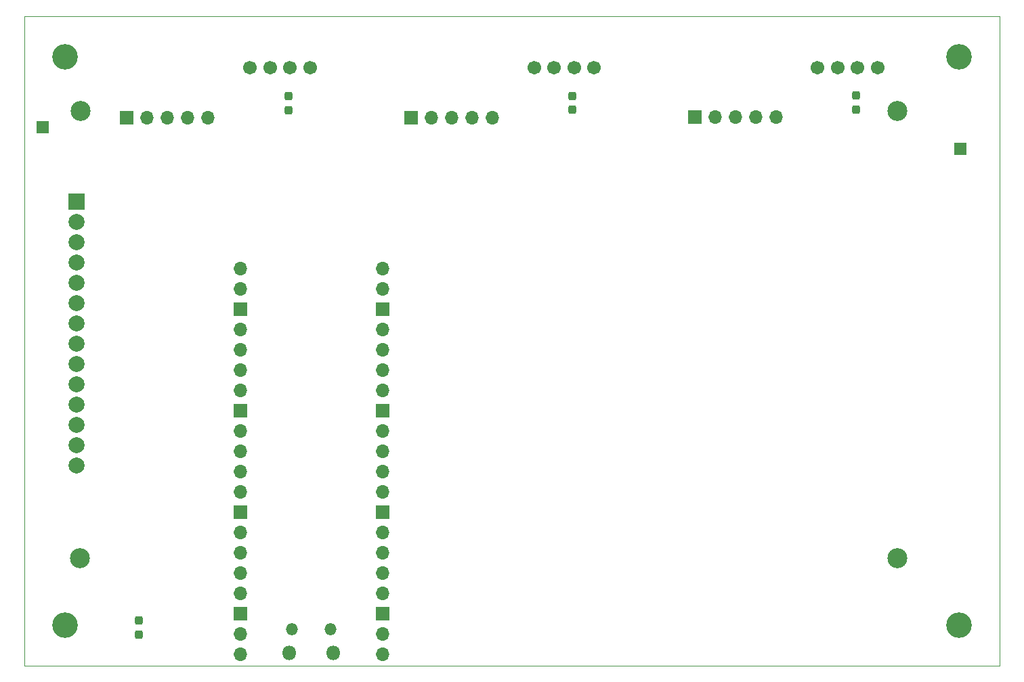
<source format=gbr>
%TF.GenerationSoftware,KiCad,Pcbnew,8.0.8*%
%TF.CreationDate,2025-11-10T08:34:54-07:00*%
%TF.ProjectId,WiegandTest,57696567-616e-4645-9465-73742e6b6963,A*%
%TF.SameCoordinates,Original*%
%TF.FileFunction,Soldermask,Bot*%
%TF.FilePolarity,Negative*%
%FSLAX46Y46*%
G04 Gerber Fmt 4.6, Leading zero omitted, Abs format (unit mm)*
G04 Created by KiCad (PCBNEW 8.0.8) date 2025-11-10 08:34:54*
%MOMM*%
%LPD*%
G01*
G04 APERTURE LIST*
G04 Aperture macros list*
%AMRoundRect*
0 Rectangle with rounded corners*
0 $1 Rounding radius*
0 $2 $3 $4 $5 $6 $7 $8 $9 X,Y pos of 4 corners*
0 Add a 4 corners polygon primitive as box body*
4,1,4,$2,$3,$4,$5,$6,$7,$8,$9,$2,$3,0*
0 Add four circle primitives for the rounded corners*
1,1,$1+$1,$2,$3*
1,1,$1+$1,$4,$5*
1,1,$1+$1,$6,$7*
1,1,$1+$1,$8,$9*
0 Add four rect primitives between the rounded corners*
20,1,$1+$1,$2,$3,$4,$5,0*
20,1,$1+$1,$4,$5,$6,$7,0*
20,1,$1+$1,$6,$7,$8,$9,0*
20,1,$1+$1,$8,$9,$2,$3,0*%
G04 Aperture macros list end*
%ADD10C,1.701800*%
%ADD11R,1.500000X1.500000*%
%ADD12C,3.200000*%
%ADD13R,1.700000X1.700000*%
%ADD14O,1.700000X1.700000*%
%ADD15C,2.500000*%
%ADD16O,1.800000X1.800000*%
%ADD17O,1.500000X1.500000*%
%ADD18R,2.000000X2.000000*%
%ADD19C,2.000000*%
%ADD20RoundRect,0.237500X0.237500X-0.287500X0.237500X0.287500X-0.237500X0.287500X-0.237500X-0.287500X0*%
%TA.AperFunction,Profile*%
%ADD21C,0.050000*%
%TD*%
G04 APERTURE END LIST*
D10*
%TO.C,J10*%
X98033200Y-58572400D03*
X100533200Y-58572400D03*
X103033200Y-58572400D03*
X105533200Y-58572400D03*
%TD*%
D11*
%TO.C,TP2*%
X72110600Y-65989200D03*
%TD*%
D12*
%TO.C,H1*%
X74930000Y-57150000D03*
%TD*%
D11*
%TO.C,TP1*%
X186842400Y-68656200D03*
%TD*%
D13*
%TO.C,J1*%
X153613400Y-64750800D03*
D14*
X156153400Y-64750800D03*
X158693400Y-64750800D03*
X161233400Y-64750800D03*
X163773400Y-64750800D03*
%TD*%
D12*
%TO.C,H4*%
X186690000Y-128270000D03*
%TD*%
D15*
%TO.C,H6*%
X178943000Y-63982600D03*
%TD*%
D10*
%TO.C,J7*%
X133537000Y-58540800D03*
X136037000Y-58540800D03*
X138537000Y-58540800D03*
X141037000Y-58540800D03*
%TD*%
D15*
%TO.C,H7*%
X178943000Y-119888000D03*
%TD*%
%TO.C,H8*%
X76784200Y-119888000D03*
%TD*%
D12*
%TO.C,H3*%
X74930000Y-128270000D03*
%TD*%
D10*
%TO.C,J3*%
X169000800Y-58521600D03*
X171500800Y-58521600D03*
X174000800Y-58521600D03*
X176500800Y-58521600D03*
%TD*%
D15*
%TO.C,H5*%
X76809600Y-63957200D03*
%TD*%
D12*
%TO.C,H2*%
X186690000Y-57150000D03*
%TD*%
D16*
%TO.C,U1*%
X108414400Y-131797600D03*
D17*
X108114400Y-128767600D03*
X103264400Y-128767600D03*
D16*
X102964400Y-131797600D03*
D14*
X114579400Y-131927600D03*
X114579400Y-129387600D03*
D13*
X114579400Y-126847600D03*
D14*
X114579400Y-124307600D03*
X114579400Y-121767600D03*
X114579400Y-119227600D03*
X114579400Y-116687600D03*
D13*
X114579400Y-114147600D03*
D14*
X114579400Y-111607600D03*
X114579400Y-109067600D03*
X114579400Y-106527600D03*
X114579400Y-103987600D03*
D13*
X114579400Y-101447600D03*
D14*
X114579400Y-98907600D03*
X114579400Y-96367600D03*
X114579400Y-93827600D03*
X114579400Y-91287600D03*
D13*
X114579400Y-88747600D03*
D14*
X114579400Y-86207600D03*
X114579400Y-83667600D03*
X96799400Y-83667600D03*
X96799400Y-86207600D03*
D13*
X96799400Y-88747600D03*
D14*
X96799400Y-91287600D03*
X96799400Y-93827600D03*
X96799400Y-96367600D03*
X96799400Y-98907600D03*
D13*
X96799400Y-101447600D03*
D14*
X96799400Y-103987600D03*
X96799400Y-106527600D03*
X96799400Y-109067600D03*
X96799400Y-111607600D03*
D13*
X96799400Y-114147600D03*
D14*
X96799400Y-116687600D03*
X96799400Y-119227600D03*
X96799400Y-121767600D03*
X96799400Y-124307600D03*
D13*
X96799400Y-126847600D03*
D14*
X96799400Y-129387600D03*
X96799400Y-131927600D03*
%TD*%
D13*
%TO.C,J5*%
X118149600Y-64770000D03*
D14*
X120689600Y-64770000D03*
X123229600Y-64770000D03*
X125769600Y-64770000D03*
X128309600Y-64770000D03*
%TD*%
D13*
%TO.C,J8*%
X82645800Y-64801600D03*
D14*
X85185800Y-64801600D03*
X87725800Y-64801600D03*
X90265800Y-64801600D03*
X92805800Y-64801600D03*
%TD*%
D18*
%TO.C,J4*%
X76327000Y-75336400D03*
D19*
X76327000Y-77876400D03*
X76327000Y-80416400D03*
X76327000Y-82956400D03*
X76327000Y-85496400D03*
X76327000Y-88036400D03*
X76327000Y-90576400D03*
X76327000Y-93116400D03*
X76327000Y-95656400D03*
X76327000Y-98196400D03*
X76327000Y-100736400D03*
X76327000Y-103276400D03*
X76327000Y-105816400D03*
X76327000Y-108356400D03*
%TD*%
D20*
%TO.C,D24*%
X102819200Y-63841600D03*
X102819200Y-62091600D03*
%TD*%
%TO.C,D9*%
X84099400Y-129463800D03*
X84099400Y-127713800D03*
%TD*%
%TO.C,D23*%
X138323000Y-63810000D03*
X138323000Y-62060000D03*
%TD*%
%TO.C,D7*%
X173786800Y-63790800D03*
X173786800Y-62040800D03*
%TD*%
D21*
X69850000Y-52070000D02*
X191770000Y-52070000D01*
X191770000Y-133350000D01*
X69850000Y-133350000D01*
X69850000Y-52070000D01*
M02*

</source>
